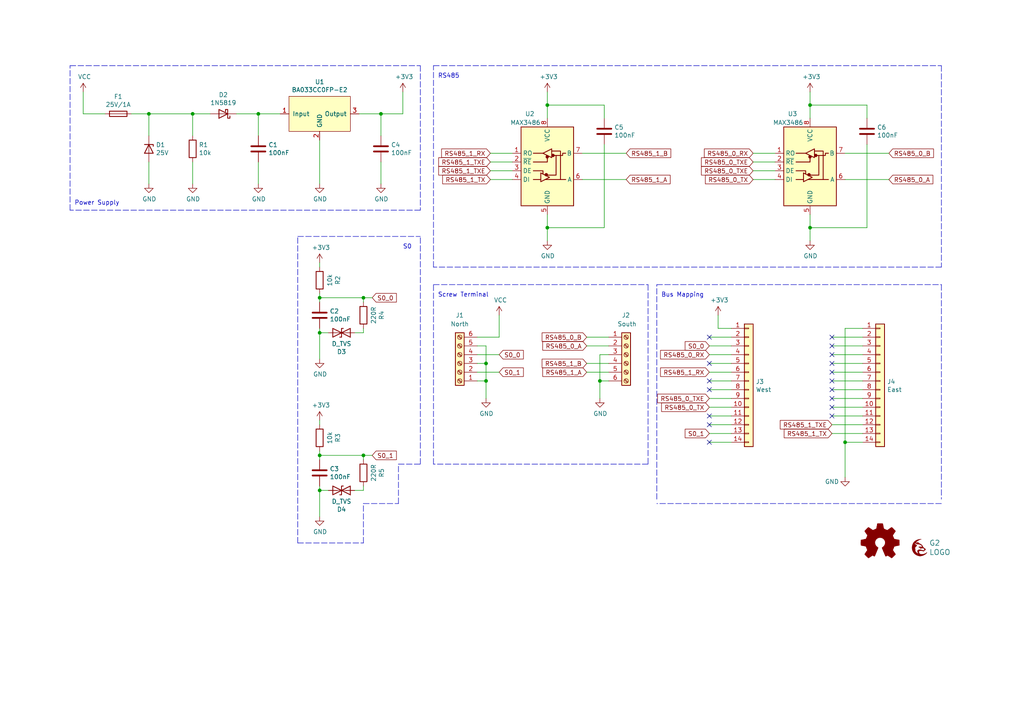
<source format=kicad_sch>
(kicad_sch (version 20211123) (generator eeschema)
  (paper "A4")
  (lib_symbols
    (symbol "BA033CC0FP-E2:BA033CC0FP-E2" (pin_names (offset 1.016))
      (property "Reference" "U" (at 0 8.89 0))
      (property "Value" "BA033CC0FP-E2" (at 0 6.35 0))
      (symbol "BA033CC0FP-E2_0_1"
        (rectangle (start -8.89 -5.08) (end 8.89 5.08) (fill (type background)))
      )
      (symbol "BA033CC0FP-E2_1_1"
        (pin power_in line (at -11.43 0 0) (length 2.54) (name "Input") (number "1"))
        (pin power_in line (at 0 -7.62 90) (length 2.54) (name "GND") (number "2"))
        (pin power_out line (at 11.43 0 180) (length 2.54) (name "Output") (number "3"))
      )
    )
    (symbol "Connector:Screw_Terminal_01x06" (pin_names (offset 1.016) hide)
      (property "Reference" "J" (at 0 7.62 0))
      (property "Value" "Screw_Terminal_01x06" (at 0 -10.16 0))
      (symbol "Screw_Terminal_01x06_1_1"
        (rectangle (start -1.27 6.35) (end 1.27 -8.89) (stroke (width 0.254)) (fill (type background)))
        (circle (center 0 -7.62) (radius 0.635) (stroke (width 0.1524)))
        (circle (center 0 -5.08) (radius 0.635) (stroke (width 0.1524)))
        (circle (center 0 -2.54) (radius 0.635) (stroke (width 0.1524)))
        (polyline (pts (xy -0.5334 -7.2898) (xy 0.3302 -8.128)) (stroke (width 0.1524)))
        (polyline (pts (xy -0.5334 -4.7498) (xy 0.3302 -5.588)) (stroke (width 0.1524)))
        (polyline (pts (xy -0.5334 -2.2098) (xy 0.3302 -3.048)) (stroke (width 0.1524)))
        (polyline (pts (xy -0.5334 0.3302) (xy 0.3302 -0.508)) (stroke (width 0.1524)))
        (polyline (pts (xy -0.5334 2.8702) (xy 0.3302 2.032)) (stroke (width 0.1524)))
        (polyline (pts (xy -0.5334 5.4102) (xy 0.3302 4.572)) (stroke (width 0.1524)))
        (polyline (pts (xy -0.3556 -7.112) (xy 0.508 -7.9502)) (stroke (width 0.1524)))
        (polyline (pts (xy -0.3556 -4.572) (xy 0.508 -5.4102)) (stroke (width 0.1524)))
        (polyline (pts (xy -0.3556 -2.032) (xy 0.508 -2.8702)) (stroke (width 0.1524)))
        (polyline (pts (xy -0.3556 0.508) (xy 0.508 -0.3302)) (stroke (width 0.1524)))
        (polyline (pts (xy -0.3556 3.048) (xy 0.508 2.2098)) (stroke (width 0.1524)))
        (polyline (pts (xy -0.3556 5.588) (xy 0.508 4.7498)) (stroke (width 0.1524)))
        (circle (center 0 0) (radius 0.635) (stroke (width 0.1524)))
        (circle (center 0 2.54) (radius 0.635) (stroke (width 0.1524)))
        (circle (center 0 5.08) (radius 0.635) (stroke (width 0.1524)))
        (pin passive line (at -5.08 5.08 0) (length 3.81) (name "Pin_1") (number "1"))
        (pin passive line (at -5.08 2.54 0) (length 3.81) (name "Pin_2") (number "2"))
        (pin passive line (at -5.08 0 0) (length 3.81) (name "Pin_3") (number "3"))
        (pin passive line (at -5.08 -2.54 0) (length 3.81) (name "Pin_4") (number "4"))
        (pin passive line (at -5.08 -5.08 0) (length 3.81) (name "Pin_5") (number "5"))
        (pin passive line (at -5.08 -7.62 0) (length 3.81) (name "Pin_6") (number "6"))
      )
    )
    (symbol "Connector_Generic:Conn_01x14" (pin_names (offset 1.016) hide)
      (property "Reference" "J" (at 0 17.78 0))
      (property "Value" "Conn_01x14" (at 0 -20.32 0))
      (symbol "Conn_01x14_1_1"
        (rectangle (start -1.27 -17.653) (end 0 -17.907) (stroke (width 0.1524)))
        (rectangle (start -1.27 -15.113) (end 0 -15.367) (stroke (width 0.1524)))
        (rectangle (start -1.27 -12.573) (end 0 -12.827) (stroke (width 0.1524)))
        (rectangle (start -1.27 -10.033) (end 0 -10.287) (stroke (width 0.1524)))
        (rectangle (start -1.27 -7.493) (end 0 -7.747) (stroke (width 0.1524)))
        (rectangle (start -1.27 -4.953) (end 0 -5.207) (stroke (width 0.1524)))
        (rectangle (start -1.27 -2.413) (end 0 -2.667) (stroke (width 0.1524)))
        (rectangle (start -1.27 0.127) (end 0 -0.127) (stroke (width 0.1524)))
        (rectangle (start -1.27 2.667) (end 0 2.413) (stroke (width 0.1524)))
        (rectangle (start -1.27 5.207) (end 0 4.953) (stroke (width 0.1524)))
        (rectangle (start -1.27 7.747) (end 0 7.493) (stroke (width 0.1524)))
        (rectangle (start -1.27 10.287) (end 0 10.033) (stroke (width 0.1524)))
        (rectangle (start -1.27 12.827) (end 0 12.573) (stroke (width 0.1524)))
        (rectangle (start -1.27 15.367) (end 0 15.113) (stroke (width 0.1524)))
        (rectangle (start -1.27 16.51) (end 1.27 -19.05) (stroke (width 0.254)) (fill (type background)))
        (pin passive line (at -5.08 15.24 0) (length 3.81) (name "Pin_1") (number "1"))
        (pin passive line (at -5.08 -7.62 0) (length 3.81) (name "Pin_10") (number "10"))
        (pin passive line (at -5.08 -10.16 0) (length 3.81) (name "Pin_11") (number "11"))
        (pin passive line (at -5.08 -12.7 0) (length 3.81) (name "Pin_12") (number "12"))
        (pin passive line (at -5.08 -15.24 0) (length 3.81) (name "Pin_13") (number "13"))
        (pin passive line (at -5.08 -17.78 0) (length 3.81) (name "Pin_14") (number "14"))
        (pin passive line (at -5.08 12.7 0) (length 3.81) (name "Pin_2") (number "2"))
        (pin passive line (at -5.08 10.16 0) (length 3.81) (name "Pin_3") (number "3"))
        (pin passive line (at -5.08 7.62 0) (length 3.81) (name "Pin_4") (number "4"))
        (pin passive line (at -5.08 5.08 0) (length 3.81) (name "Pin_5") (number "5"))
        (pin passive line (at -5.08 2.54 0) (length 3.81) (name "Pin_6") (number "6"))
        (pin passive line (at -5.08 0 0) (length 3.81) (name "Pin_7") (number "7"))
        (pin passive line (at -5.08 -2.54 0) (length 3.81) (name "Pin_8") (number "8"))
        (pin passive line (at -5.08 -5.08 0) (length 3.81) (name "Pin_9") (number "9"))
      )
    )
    (symbol "Device:C" (pin_numbers hide) (pin_names (offset 0.254))
      (property "Reference" "C" (at 0.635 2.54 0))
      (property "Value" "C" (at 0.635 -2.54 0))
      (symbol "C_0_1"
        (polyline (pts (xy -2.032 -0.762) (xy 2.032 -0.762)) (stroke (width 0.508)))
        (polyline (pts (xy -2.032 0.762) (xy 2.032 0.762)) (stroke (width 0.508)))
      )
      (symbol "C_1_1"
        (pin passive line (at 0 3.81 270) (length 2.794) (name "~") (number "1"))
        (pin passive line (at 0 -3.81 90) (length 2.794) (name "~") (number "2"))
      )
    )
    (symbol "Device:D_TVS" (pin_numbers hide) (pin_names (offset 1.016) hide)
      (property "Reference" "D" (at 0 2.54 0))
      (property "Value" "D_TVS" (at 0 -2.54 0))
      (symbol "D_TVS_0_1"
        (polyline (pts (xy 1.27 0) (xy -1.27 0)))
        (polyline (pts (xy 0.508 1.27) (xy 0 1.27) (xy 0 -1.27) (xy -0.508 -1.27)) (stroke (width 0.254)))
        (polyline (pts (xy -2.54 1.27) (xy -2.54 -1.27) (xy 2.54 1.27) (xy 2.54 -1.27) (xy -2.54 1.27)) (stroke (width 0.254)))
      )
      (symbol "D_TVS_1_1"
        (pin passive line (at -3.81 0 0) (length 2.54) (name "A1") (number "1"))
        (pin passive line (at 3.81 0 180) (length 2.54) (name "A2") (number "2"))
      )
    )
    (symbol "Device:D_Zener" (pin_numbers hide) (pin_names (offset 1.016) hide)
      (property "Reference" "D" (at 0 2.54 0))
      (property "Value" "D_Zener" (at 0 -2.54 0))
      (symbol "D_Zener_0_1"
        (polyline (pts (xy 1.27 0) (xy -1.27 0)))
        (polyline (pts (xy -1.27 -1.27) (xy -1.27 1.27) (xy -0.762 1.27)) (stroke (width 0.254)))
        (polyline (pts (xy 1.27 -1.27) (xy 1.27 1.27) (xy -1.27 0) (xy 1.27 -1.27)) (stroke (width 0.254)))
      )
      (symbol "D_Zener_1_1"
        (pin passive line (at -3.81 0 0) (length 2.54) (name "K") (number "1"))
        (pin passive line (at 3.81 0 180) (length 2.54) (name "A") (number "2"))
      )
    )
    (symbol "Device:Fuse" (pin_numbers hide) (pin_names (offset 0))
      (property "Reference" "F" (at 2.032 0 90))
      (property "Value" "Fuse" (at -1.905 0 90))
      (symbol "Fuse_0_1"
        (rectangle (start -0.762 -2.54) (end 0.762 2.54) (stroke (width 0.254)))
        (polyline (pts (xy 0 2.54) (xy 0 -2.54)))
      )
      (symbol "Fuse_1_1"
        (pin passive line (at 0 3.81 270) (length 1.27) (name "~") (number "1"))
        (pin passive line (at 0 -3.81 90) (length 1.27) (name "~") (number "2"))
      )
    )
    (symbol "Device:R" (pin_numbers hide) (pin_names (offset 0))
      (property "Reference" "R" (at 2.032 0 90))
      (property "Value" "R" (at 0 0 90))
      (symbol "R_0_1"
        (rectangle (start -1.016 -2.54) (end 1.016 2.54) (stroke (width 0.254)))
      )
      (symbol "R_1_1"
        (pin passive line (at 0 3.81 270) (length 1.27) (name "~") (number "1"))
        (pin passive line (at 0 -3.81 90) (length 1.27) (name "~") (number "2"))
      )
    )
    (symbol "Diode:1N5819" (pin_numbers hide) (pin_names (offset 1.016) hide)
      (property "Reference" "D" (at 0 2.54 0))
      (property "Value" "1N5819" (at 0 -2.54 0))
      (symbol "1N5819_0_1"
        (polyline (pts (xy 1.27 0) (xy -1.27 0)))
        (polyline (pts (xy 1.27 1.27) (xy 1.27 -1.27) (xy -1.27 0) (xy 1.27 1.27)) (stroke (width 0.254)))
        (polyline (pts (xy -1.905 0.635) (xy -1.905 1.27) (xy -1.27 1.27) (xy -1.27 -1.27) (xy -0.635 -1.27) (xy -0.635 -0.635)) (stroke (width 0.254)))
      )
      (symbol "1N5819_1_1"
        (pin passive line (at -3.81 0 0) (length 2.54) (name "K") (number "1"))
        (pin passive line (at 3.81 0 180) (length 2.54) (name "A") (number "2"))
      )
    )
    (symbol "Graphic:Logo_Open_Hardware_Small" (pin_names (offset 1.016))
      (symbol "Logo_Open_Hardware_Small_0_1"
        (polyline (pts (xy 3.3528 -4.3434) (xy 3.302 -4.318) (xy 3.175 -4.2418) (xy 2.9972 -4.1148) (xy 2.7686 -3.9624) (xy 2.54 -3.81) (xy 2.3622 -3.7084) (xy 2.2352 -3.6068) (xy 2.1844 -3.5814) (xy 2.159 -3.6068) (xy 2.0574 -3.6576) (xy 1.905 -3.7338) (xy 1.8034 -3.7846) (xy 1.6764 -3.8354) (xy 1.6002 -3.8354) (xy 1.6002 -3.8354) (xy 1.5494 -3.7338) (xy 1.4732 -3.5306) (xy 1.3462 -3.302) (xy 1.2446 -3.0226) (xy 1.1176 -2.7178) (xy 0.9652 -2.413) (xy 0.8636 -2.1082) (xy 0.7366 -1.8288) (xy 0.6604 -1.6256) (xy 0.6096 -1.4732) (xy 0.5842 -1.397) (xy 0.5842 -1.397) (xy 0.6604 -1.3208) (xy 0.7874 -1.2446) (xy 1.0414 -1.016) (xy 1.2954 -0.6858) (xy 1.4478 -0.3302) (xy 1.524 0.0762) (xy 1.4732 0.4572) (xy 1.3208 0.8128) (xy 1.0668 1.143) (xy 0.762 1.3716) (xy 0.4064 1.524) (xy 0 1.5748) (xy -0.381 1.5494) (xy -0.7366 1.397) (xy -1.0668 1.143) (xy -1.2192 0.9906) (xy -1.397 0.6604) (xy -1.524 0.3048) (xy -1.524 0.2286) (xy -1.4986 -0.1778) (xy -1.397 -0.5334) (xy -1.1938 -0.8636) (xy -0.9144 -1.143) (xy -0.8636 -1.1684) (xy -0.7366 -1.27) (xy -0.635 -1.3462) (xy -0.5842 -1.397) (xy -1.0668 -2.5908) (xy -1.143 -2.794) (xy -1.2954 -3.1242) (xy -1.397 -3.4036) (xy -1.4986 -3.6322) (xy -1.5748 -3.7846) (xy -1.6002 -3.8354) (xy -1.6002 -3.8354) (xy -1.651 -3.8354) (xy -1.7272 -3.81) (xy -1.905 -3.7338) (xy -2.0066 -3.683) (xy -2.1336 -3.6068) (xy -2.2098 -3.5814) (xy -2.2606 -3.6068) (xy -2.3622 -3.683) (xy -2.54 -3.81) (xy -2.7686 -3.9624) (xy -2.9718 -4.0894) (xy -3.1496 -4.2164) (xy -3.302 -4.318) (xy -3.3528 -4.3434) (xy -3.3782 -4.3434) (xy -3.429 -4.318) (xy -3.5306 -4.2164) (xy -3.7084 -4.064) (xy -3.937 -3.8354) (xy -3.9624 -3.81) (xy -4.1656 -3.6068) (xy -4.318 -3.4544) (xy -4.4196 -3.3274) (xy -4.445 -3.2766) (xy -4.445 -3.2766) (xy -4.4196 -3.2258) (xy -4.318 -3.0734) (xy -4.2164 -2.8956) (xy -4.064 -2.667) (xy -3.6576 -2.0828) (xy -3.8862 -1.5494) (xy -3.937 -1.3716) (xy -4.0386 -1.1684) (xy -4.0894 -1.0414) (xy -4.1148 -0.9652) (xy -4.191 -0.9398) (xy -4.318 -0.9144) (xy -4.5466 -0.8636) (xy -4.8006 -0.8128) (xy -5.0546 -0.7874) (xy -5.2578 -0.7366) (xy -5.4356 -0.7112) (xy -5.5118 -0.6858) (xy -5.5118 -0.6858) (xy -5.5372 -0.635) (xy -5.5372 -0.5588) (xy -5.5372 -0.4318) (xy -5.5626 -0.2286) (xy -5.5626 0.0762) (xy -5.5626 0.127) (xy -5.5372 0.4064) (xy -5.5372 0.635) (xy -5.5372 0.762) (xy -5.5372 0.8382) (xy -5.5372 0.8382) (xy -5.461 0.8382) (xy -5.3086 0.889) (xy -5.08 0.9144) (xy -4.826 0.9652) (xy -4.8006 0.9906) (xy -4.5466 1.0414) (xy -4.318 1.0668) (xy -4.1656 1.1176) (xy -4.0894 1.143) (xy -4.0894 1.143) (xy -4.0386 1.2446) (xy -3.9624 1.4224) (xy -3.8608 1.6256) (xy -3.7846 1.8288) (xy -3.7084 2.0066) (xy -3.6576 2.159) (xy -3.6322 2.2098) (xy -3.6322 2.2098) (xy -3.683 2.286) (xy -3.7592 2.413) (xy -3.8862 2.5908) (xy -4.064 2.8194) (xy -4.064 2.8448) (xy -4.2164 3.0734) (xy -4.3434 3.2512) (xy -4.4196 3.3782) (xy -4.445 3.4544) (xy -4.445 3.4544) (xy -4.3942 3.5052) (xy -4.2926 3.6322) (xy -4.1148 3.81) (xy -3.937 4.0132) (xy -3.8608 4.064) (xy -3.6576 4.2926) (xy -3.5052 4.4196) (xy -3.4036 4.4958) (xy -3.3528 4.5212) (xy -3.3528 4.5212) (xy -3.302 4.4704) (xy -3.1496 4.3688) (xy -2.9718 4.2418) (xy -2.7432 4.0894) (xy -2.7178 4.0894) (xy -2.4892 3.937) (xy -2.3114 3.81) (xy -2.1844 3.7084) (xy -2.1336 3.683) (xy -2.1082 3.683) (xy -2.032 3.7084) (xy -1.8542 3.7592) (xy -1.6764 3.8354) (xy -1.4732 3.937) (xy -1.27 4.0132) (xy -1.143 4.064) (xy -1.0668 4.1148) (xy -1.0668 4.1148) (xy -1.0414 4.191) (xy -1.016 4.3434) (xy -0.9652 4.572) (xy -0.9144 4.8514) (xy -0.889 4.9022) (xy -0.8382 5.1562) (xy -0.8128 5.3848) (xy -0.7874 5.5372) (xy -0.762 5.588) (xy -0.7112 5.6134) (xy -0.5842 5.6134) (xy -0.4064 5.6134) (xy -0.1524 5.6134) (xy 0.0762 5.6134) (xy 0.3302 5.6134) (xy 0.5334 5.6134) (xy 0.6858 5.588) (xy 0.7366 5.588) (xy 0.7366 5.588) (xy 0.762 5.5118) (xy 0.8128 5.334) (xy 0.8382 5.1054) (xy 0.9144 4.826) (xy 0.9144 4.7752) (xy 0.9652 4.5212) (xy 1.016 4.2926) (xy 1.0414 4.1402) (xy 1.0668 4.0894) (xy 1.0668 4.0894) (xy 1.1938 4.0386) (xy 1.3716 3.9624) (xy 1.5748 3.8608) (xy 2.0828 3.6576) (xy 2.7178 4.0894) (xy 2.7686 4.1402) (xy 2.9972 4.2926) (xy 3.175 4.4196) (xy 3.302 4.4958) (xy 3.3782 4.5212) (xy 3.3782 4.5212) (xy 3.429 4.4704) (xy 3.556 4.3434) (xy 3.7338 4.191) (xy 3.9116 3.9878) (xy 4.064 3.8354) (xy 4.2418 3.6576) (xy 4.3434 3.556) (xy 4.4196 3.4798) (xy 4.4196 3.429) (xy 4.4196 3.4036) (xy 4.3942 3.3274) (xy 4.2926 3.2004) (xy 4.1656 2.9972) (xy 4.0132 2.794) (xy 3.8862 2.5908) (xy 3.7592 2.3876) (xy 3.6576 2.2352) (xy 3.6322 2.159) (xy 3.6322 2.1336) (xy 3.683 2.0066) (xy 3.7592 1.8288) (xy 3.8608 1.6002) (xy 4.064 1.1176) (xy 4.3942 1.0414) (xy 4.5974 1.016) (xy 4.8768 0.9652) (xy 5.1308 0.9144) (xy 5.5372 0.8382) (xy 5.5626 -0.6604) (xy 5.4864 -0.6858) (xy 5.4356 -0.6858) (xy 5.2832 -0.7366) (xy 5.0546 -0.762) (xy 4.8006 -0.8128) (xy 4.5974 -0.8636) (xy 4.3688 -0.9144) (xy 4.2164 -0.9398) (xy 4.1402 -0.9398) (xy 4.1148 -0.9652) (xy 4.064 -1.0668) (xy 3.9878 -1.2446) (xy 3.9116 -1.4478) (xy 3.81 -1.651) (xy 3.7338 -1.8542) (xy 3.683 -2.0066) (xy 3.6576 -2.0828) (xy 3.683 -2.1336) (xy 3.7846 -2.2606) (xy 3.8862 -2.4638) (xy 4.0386 -2.667) (xy 4.191 -2.8956) (xy 4.318 -3.0734) (xy 4.3942 -3.2004) (xy 4.445 -3.2766) (xy 4.4196 -3.3274) (xy 4.3434 -3.429) (xy 4.1656 -3.5814) (xy 3.937 -3.8354) (xy 3.8862 -3.8608) (xy 3.683 -4.064) (xy 3.5306 -4.2164) (xy 3.4036 -4.318) (xy 3.3528 -4.3434)) (fill (type outline)))
      )
    )
    (symbol "Interface_UART:MAX3486"
      (property "Reference" "U" (at -6.096 11.43 0))
      (property "Value" "MAX3486" (at 0.762 11.43 0))
      (symbol "MAX3486_0_1"
        (rectangle (start -7.62 10.16) (end 7.62 -12.7) (stroke (width 0.254)) (fill (type background)))
        (circle (center -0.3048 -3.683) (radius 0.3556) (stroke (width 0.254)) (fill (type outline)))
        (circle (center -0.0254 1.4986) (radius 0.3556) (stroke (width 0.254)) (fill (type outline)))
        (polyline (pts (xy -4.064 -5.08) (xy -1.905 -5.08)) (stroke (width 0.254)))
        (polyline (pts (xy -4.064 2.54) (xy -1.27 2.54)) (stroke (width 0.254)))
        (polyline (pts (xy -1.27 -3.2004) (xy -1.27 -3.4544)) (stroke (width 0.254)))
        (polyline (pts (xy -0.635 -5.08) (xy 5.334 -5.08)) (stroke (width 0.254)))
        (polyline (pts (xy -4.064 -2.54) (xy -1.27 -2.54) (xy -1.27 -3.175)) (stroke (width 0.254)))
        (polyline (pts (xy 0 1.27) (xy 0 0) (xy -4.064 0)) (stroke (width 0.254)))
        (polyline (pts (xy 1.27 3.175) (xy 3.81 3.175) (xy 3.81 -5.08)) (stroke (width 0.254)))
        (polyline (pts (xy 2.54 1.905) (xy 2.54 -3.81) (xy 0 -3.81)) (stroke (width 0.254)))
        (polyline (pts (xy -1.905 -3.175) (xy -1.905 -5.715) (xy 0.635 -4.445) (xy -1.905 -3.175)) (stroke (width 0.254)))
        (polyline (pts (xy -1.27 2.54) (xy 1.27 3.81) (xy 1.27 1.27) (xy -1.27 2.54)) (stroke (width 0.254)))
        (polyline (pts (xy 1.905 1.905) (xy 4.445 1.905) (xy 4.445 2.54) (xy 5.334 2.54)) (stroke (width 0.254)))
        (rectangle (start 1.27 3.175) (end 1.27 3.175))
        (circle (center 1.651 1.905) (radius 0.3556) (stroke (width 0.254)) (fill (type outline)))
      )
      (symbol "MAX3486_1_1"
        (pin output line (at -10.16 2.54 0) (length 2.54) (name "RO") (number "1"))
        (pin input line (at -10.16 0 0) (length 2.54) (name "~{RE}") (number "2"))
        (pin input line (at -10.16 -2.54 0) (length 2.54) (name "DE") (number "3"))
        (pin input line (at -10.16 -5.08 0) (length 2.54) (name "DI") (number "4"))
        (pin power_in line (at 0 -15.24 90) (length 2.54) (name "GND") (number "5"))
        (pin bidirectional line (at 10.16 -5.08 180) (length 2.54) (name "A") (number "6"))
        (pin bidirectional line (at 10.16 2.54 180) (length 2.54) (name "B") (number "7"))
        (pin power_in line (at 0 12.7 270) (length 2.54) (name "VCC") (number "8"))
      )
    )
    (symbol "grayc-logo-negative:LOGO" (pin_names (offset 1.016))
      (symbol "LOGO_0_0"
        (polyline (pts (xy 0.4572 -2.5146) (xy 0.9398 -2.3876) (xy 1.397 -2.1844) (xy 1.8034 -1.9304) (xy 2.0828 -1.6256) (xy 2.159 -1.4732) (xy 2.159 -1.4478) (xy 2.0574 -1.5494) (xy 1.7526 -1.7526) (xy 1.2446 -1.9558) (xy 0.7112 -2.032) (xy 0.4826 -2.032) (xy 0.1524 -1.9304) (xy -0.0508 -1.7526) (xy -0.1524 -1.4478) (xy -0.1778 -1.2192) (xy -0.1016 -1.1176) (xy 0.0508 -1.016) (xy 0.1524 -0.9906) (xy 0.4064 -0.9652) (xy 0.7112 -1.016) (xy 0.8128 -1.0414) (xy 1.0414 -1.0922) (xy 1.2192 -1.1176) (xy 1.2446 -1.0922) (xy 1.3716 -1.016) (xy 1.5494 -0.8636) (xy 1.7018 -0.7112) (xy 1.778 -0.5842) (xy 1.6002 -0.4064) (xy 1.397 -0.254) (xy 1.0922 0) (xy 0.9652 0.2286) (xy 0.9144 0.3556) (xy 0.762 0.5842) (xy 0.508 0.8128) (xy 0.1016 1.0414) (xy -0.3048 1.2954) (xy -0.4064 1.397) (xy -0.4572 1.4986) (xy -0.5588 1.4986) (xy -0.6096 1.3716) (xy -0.635 1.2954) (xy -0.7366 1.2954) (xy -0.8128 1.3208) (xy -1.016 1.3462) (xy -1.0668 1.397) (xy -0.9906 1.4986) (xy -0.8382 1.651) (xy -0.635 1.8288) (xy -0.127 2.1336) (xy 0.0762 2.2352) (xy 0.5334 2.3622) (xy 0.0508 2.3368) (xy -0.4064 2.2606) (xy -0.9906 2.032) (xy -1.4986 1.651) (xy -1.7272 1.3716) (xy -1.8542 1.1176) (xy -1.4478 1.1176) (xy -1.4478 1.143) (xy -1.3208 1.1684) (xy -1.0922 1.1176) (xy -0.7874 1.016) (xy -0.635 0.9398) (xy -0.4572 0.889) (xy -0.381 0.9144) (xy -0.3556 0.9398) (xy -0.254 0.9398) (xy -0.0508 0.8636) (xy 0.2032 0.762) (xy 0.4318 0.635) (xy 0.6096 0.5334) (xy 0.6858 0.4064) (xy 0.762 0.254) (xy 0.7366 0.2032) (xy 0.6858 0.1524) (xy 0.5334 0.127) (xy 0.2286 0.1524) (xy 0.0254 0.1524) (xy -0.1778 0.127) (xy -0.2286 0.0762) (xy -0.2032 0.0508) (xy -0.0762 0) (xy -0.0508 0) (xy 0.0762 -0.0762) (xy 0.2794 -0.0762) (xy 0.2794 -0.0254) (xy 0.381 -0.0254) (xy 0.4064 -0.0508) (xy 0.3302 -0.1016) (xy 0.2794 -0.0762) (xy 0.0762 -0.0762) (xy 0.1778 -0.2032) (xy 0.1778 -0.3048) (xy 0.2286 -0.3302) (xy 0.4064 -0.3302) (xy 0.6604 -0.254) (xy 0.6858 -0.254) (xy 0.9906 -0.2032) (xy 1.2192 -0.3048) (xy 1.3716 -0.508) (xy 1.4224 -0.635) (xy 1.4478 -0.762) (xy 1.3716 -0.8636) (xy 1.3208 -0.889) (xy 1.1938 -0.9144) (xy 0.9652 -0.8636) (xy 0.635 -0.7874) (xy 0.2794 -0.6858) (xy -0.0254 -0.6604) (xy -0.254 -0.6858) (xy -0.4318 -0.8636) (xy -0.5334 -0.889) (xy -0.5842 -0.9144) (xy -0.6096 -1.0414) (xy -0.5842 -1.2446) (xy -0.5334 -1.4478) (xy -0.4572 -1.6002) (xy -0.4064 -1.6764) (xy -0.381 -1.8034) (xy -0.4572 -1.8034) (xy -0.6604 -1.7018) (xy -0.8128 -1.6002) (xy -1.0922 -1.3208) (xy -1.2446 -1.0414) (xy -1.27 -0.6604) (xy -1.2446 -0.5334) (xy -1.27 -0.3556) (xy -1.2954 -0.3048) (xy -1.3208 -0.3302) (xy -1.3716 -0.3048) (xy -1.3462 -0.1778) (xy -1.2446 -0.0254) (xy -1.1176 0.1524) (xy -0.9144 0.3556) (xy -0.8128 0.5334) (xy -0.889 0.7112) (xy -1.143 0.8382) (xy -1.3716 0.9398) (xy -1.4478 1.1176) (xy -1.8542 1.1176) (xy -2.0066 0.8636) (xy -2.032 0.7112) (xy -1.27 0.7112) (xy -1.2446 0.762) (xy -1.1938 0.7112) (xy -1.2446 0.6604) (xy -1.27 0.7112) (xy -2.032 0.7112) (xy -2.159 0.3048) (xy -2.1844 -0.254) (xy -2.0828 -0.8128) (xy -1.8542 -1.3462) (xy -1.524 -1.8034) (xy -1.0668 -2.159) (xy -0.508 -2.413) (xy -0.4318 -2.4384) (xy -0.127 -2.5146) (xy 0.1524 -2.54) (xy 0.4572 -2.5146)) (stroke (width 0.0254)) (fill (type outline)))
      )
    )
    (symbol "power:+3V3" (power) (pin_names (offset 0))
      (property "Value" "+3V3" (at 0 3.556 0))
      (symbol "+3V3_0_1"
        (polyline (pts (xy -0.762 1.27) (xy 0 2.54)))
        (polyline (pts (xy 0 0) (xy 0 2.54)))
        (polyline (pts (xy 0 2.54) (xy 0.762 1.27)))
      )
      (symbol "+3V3_1_1"
        (pin power_in line (at 0 0 90) (length 0) hide (name "+3V3") (number "1"))
      )
    )
    (symbol "power:GND" (power) (pin_names (offset 0))
      (property "Value" "GND" (at 0 -3.81 0))
      (symbol "GND_0_1"
        (polyline (pts (xy 0 0) (xy 0 -1.27) (xy 1.27 -1.27) (xy 0 -2.54) (xy -1.27 -1.27) (xy 0 -1.27)))
      )
      (symbol "GND_1_1"
        (pin power_in line (at 0 0 270) (length 0) hide (name "GND") (number "1"))
      )
    )
    (symbol "power:VCC" (power) (pin_names (offset 0))
      (property "Value" "VCC" (at 0 3.81 0))
      (symbol "VCC_0_1"
        (polyline (pts (xy -0.762 1.27) (xy 0 2.54)))
        (polyline (pts (xy 0 0) (xy 0 2.54)))
        (polyline (pts (xy 0 2.54) (xy 0.762 1.27)))
      )
      (symbol "VCC_1_1"
        (pin power_in line (at 0 0 90) (length 0) hide (name "VCC") (number "1"))
      )
    )
  )
  (junction (at 245.11 128.27))
  (junction (at 92.71 86.36))
  (junction (at 110.49 33.02))
  (junction (at 158.75 66.04))
  (junction (at 55.88 33.02))
  (junction (at 105.41 86.36))
  (junction (at 173.99 110.49))
  (junction (at 234.95 66.04))
  (junction (at 92.71 142.24))
  (junction (at 92.71 132.08))
  (junction (at 140.97 105.41))
  (junction (at 140.97 110.49))
  (junction (at 105.41 132.08))
  (junction (at 43.18 33.02))
  (junction (at 74.93 33.02))
  (junction (at 92.71 96.52))
  (junction (at 158.75 30.48))
  (junction (at 234.95 30.48))
  (no_connect (at 205.74 110.49))
  (no_connect (at 241.3 110.49))
  (no_connect (at 205.74 113.03))
  (no_connect (at 241.3 100.33))
  (no_connect (at 241.3 107.95))
  (no_connect (at 205.74 105.41))
  (no_connect (at 241.3 102.87))
  (no_connect (at 241.3 105.41))
  (no_connect (at 241.3 118.11))
  (no_connect (at 205.74 120.65))
  (no_connect (at 205.74 128.27))
  (no_connect (at 205.74 123.19))
  (no_connect (at 241.3 120.65))
  (no_connect (at 241.3 115.57))
  (no_connect (at 205.74 97.79))
  (no_connect (at 241.3 97.79))
  (no_connect (at 241.3 113.03))
  (wire (pts (xy 241.3 123.19) (xy 250.19 123.19)))
  (wire (pts (xy 176.53 110.49) (xy 173.99 110.49)))
  (polyline (pts (xy 190.5 144.78) (xy 190.5 82.55)))
  (wire (pts (xy 92.71 85.09) (xy 92.71 86.36)))
  (polyline (pts (xy 273.05 146.05) (xy 190.5 146.05)))
  (wire (pts (xy 138.43 100.33) (xy 140.97 100.33)))
  (wire (pts (xy 241.3 125.73) (xy 250.19 125.73)))
  (wire (pts (xy 218.44 49.53) (xy 224.79 49.53)))
  (wire (pts (xy 245.11 95.25) (xy 245.11 128.27)))
  (wire (pts (xy 168.91 44.45) (xy 181.61 44.45)))
  (wire (pts (xy 24.13 33.02) (xy 30.48 33.02)))
  (wire (pts (xy 241.3 118.11) (xy 250.19 118.11)))
  (wire (pts (xy 92.71 121.92) (xy 92.71 123.19)))
  (wire (pts (xy 138.43 107.95) (xy 144.78 107.95)))
  (wire (pts (xy 176.53 102.87) (xy 173.99 102.87)))
  (polyline (pts (xy 86.36 68.58) (xy 121.92 68.58)))
  (polyline (pts (xy 115.57 134.62) (xy 121.92 134.62)))
  (polyline (pts (xy 105.41 146.05) (xy 115.57 146.05)))
  (wire (pts (xy 92.71 86.36) (xy 105.41 86.36)))
  (wire (pts (xy 251.46 66.04) (xy 251.46 41.91)))
  (wire (pts (xy 158.75 62.23) (xy 158.75 66.04)))
  (wire (pts (xy 241.3 100.33) (xy 250.19 100.33)))
  (wire (pts (xy 176.53 100.33) (xy 170.18 100.33)))
  (wire (pts (xy 142.24 44.45) (xy 148.59 44.45)))
  (wire (pts (xy 241.3 102.87) (xy 250.19 102.87)))
  (wire (pts (xy 110.49 46.99) (xy 110.49 53.34)))
  (wire (pts (xy 205.74 125.73) (xy 212.09 125.73)))
  (wire (pts (xy 142.24 49.53) (xy 148.59 49.53)))
  (wire (pts (xy 138.43 105.41) (xy 140.97 105.41)))
  (polyline (pts (xy 125.73 19.05) (xy 273.05 19.05)))
  (wire (pts (xy 251.46 34.29) (xy 251.46 30.48)))
  (wire (pts (xy 175.26 66.04) (xy 175.26 41.91)))
  (wire (pts (xy 74.93 33.02) (xy 81.28 33.02)))
  (wire (pts (xy 245.11 44.45) (xy 257.81 44.45)))
  (wire (pts (xy 105.41 133.35) (xy 105.41 132.08)))
  (wire (pts (xy 92.71 96.52) (xy 95.25 96.52)))
  (polyline (pts (xy 187.96 82.55) (xy 187.96 134.62)))
  (wire (pts (xy 176.53 105.41) (xy 170.18 105.41)))
  (wire (pts (xy 148.59 46.99) (xy 142.24 46.99)))
  (polyline (pts (xy 115.57 146.05) (xy 115.57 134.62)))
  (wire (pts (xy 142.24 52.07) (xy 148.59 52.07)))
  (polyline (pts (xy 86.36 157.48) (xy 105.41 157.48)))
  (wire (pts (xy 218.44 52.07) (xy 224.79 52.07)))
  (wire (pts (xy 55.88 33.02) (xy 60.96 33.02)))
  (wire (pts (xy 55.88 39.37) (xy 55.88 33.02)))
  (polyline (pts (xy 105.41 157.48) (xy 105.41 146.05)))
  (wire (pts (xy 241.3 113.03) (xy 250.19 113.03)))
  (wire (pts (xy 43.18 33.02) (xy 55.88 33.02)))
  (wire (pts (xy 251.46 30.48) (xy 234.95 30.48)))
  (wire (pts (xy 92.71 140.97) (xy 92.71 142.24)))
  (wire (pts (xy 224.79 46.99) (xy 218.44 46.99)))
  (polyline (pts (xy 187.96 134.62) (xy 125.73 134.62)))
  (polyline (pts (xy 190.5 82.55) (xy 273.05 82.55)))
  (wire (pts (xy 74.93 46.99) (xy 74.93 53.34)))
  (wire (pts (xy 43.18 46.99) (xy 43.18 53.34)))
  (wire (pts (xy 92.71 95.25) (xy 92.71 96.52)))
  (polyline (pts (xy 125.73 82.55) (xy 187.96 82.55)))
  (polyline (pts (xy 20.32 19.05) (xy 121.92 19.05)))
  (wire (pts (xy 241.3 107.95) (xy 250.19 107.95)))
  (wire (pts (xy 140.97 110.49) (xy 140.97 115.57)))
  (wire (pts (xy 38.1 33.02) (xy 43.18 33.02)))
  (wire (pts (xy 234.95 66.04) (xy 251.46 66.04)))
  (wire (pts (xy 205.74 97.79) (xy 212.09 97.79)))
  (wire (pts (xy 92.71 53.34) (xy 92.71 40.64)))
  (wire (pts (xy 158.75 30.48) (xy 158.75 34.29)))
  (wire (pts (xy 205.74 102.87) (xy 212.09 102.87)))
  (wire (pts (xy 245.11 128.27) (xy 250.19 128.27)))
  (wire (pts (xy 257.81 52.07) (xy 245.11 52.07)))
  (wire (pts (xy 92.71 149.86) (xy 92.71 142.24)))
  (wire (pts (xy 140.97 100.33) (xy 140.97 105.41)))
  (polyline (pts (xy 86.36 157.48) (xy 86.36 68.58)))
  (wire (pts (xy 245.11 128.27) (xy 245.11 138.43)))
  (wire (pts (xy 158.75 66.04) (xy 175.26 66.04)))
  (polyline (pts (xy 125.73 134.62) (xy 125.73 82.55)))
  (polyline (pts (xy 273.05 82.55) (xy 273.05 144.78)))
  (wire (pts (xy 92.71 130.81) (xy 92.71 132.08)))
  (wire (pts (xy 181.61 52.07) (xy 168.91 52.07)))
  (wire (pts (xy 170.18 107.95) (xy 176.53 107.95)))
  (wire (pts (xy 140.97 105.41) (xy 140.97 110.49)))
  (wire (pts (xy 218.44 44.45) (xy 224.79 44.45)))
  (wire (pts (xy 205.74 118.11) (xy 212.09 118.11)))
  (wire (pts (xy 92.71 132.08) (xy 105.41 132.08)))
  (wire (pts (xy 175.26 34.29) (xy 175.26 30.48)))
  (wire (pts (xy 105.41 132.08) (xy 107.95 132.08)))
  (polyline (pts (xy 125.73 77.47) (xy 125.73 19.05)))
  (wire (pts (xy 205.74 120.65) (xy 212.09 120.65)))
  (wire (pts (xy 105.41 86.36) (xy 107.95 86.36)))
  (wire (pts (xy 205.74 123.19) (xy 212.09 123.19)))
  (polyline (pts (xy 121.92 19.05) (xy 121.92 60.96)))
  (polyline (pts (xy 121.92 60.96) (xy 20.32 60.96)))
  (wire (pts (xy 234.95 26.67) (xy 234.95 30.48)))
  (wire (pts (xy 104.14 33.02) (xy 110.49 33.02)))
  (polyline (pts (xy 273.05 77.47) (xy 125.73 77.47)))
  (wire (pts (xy 92.71 142.24) (xy 95.25 142.24)))
  (wire (pts (xy 92.71 86.36) (xy 92.71 87.63)))
  (wire (pts (xy 105.41 96.52) (xy 102.87 96.52)))
  (wire (pts (xy 208.28 91.44) (xy 208.28 95.25)))
  (wire (pts (xy 245.11 95.25) (xy 250.19 95.25)))
  (wire (pts (xy 158.75 66.04) (xy 158.75 69.85)))
  (wire (pts (xy 24.13 26.67) (xy 24.13 33.02)))
  (wire (pts (xy 144.78 91.44) (xy 144.78 97.79)))
  (wire (pts (xy 105.41 142.24) (xy 105.41 140.97)))
  (wire (pts (xy 74.93 39.37) (xy 74.93 33.02)))
  (wire (pts (xy 92.71 104.14) (xy 92.71 96.52)))
  (wire (pts (xy 205.74 115.57) (xy 212.09 115.57)))
  (wire (pts (xy 158.75 26.67) (xy 158.75 30.48)))
  (wire (pts (xy 241.3 97.79) (xy 250.19 97.79)))
  (polyline (pts (xy 273.05 19.05) (xy 273.05 77.47)))
  (wire (pts (xy 241.3 110.49) (xy 250.19 110.49)))
  (wire (pts (xy 116.84 33.02) (xy 116.84 26.67)))
  (wire (pts (xy 241.3 120.65) (xy 250.19 120.65)))
  (wire (pts (xy 205.74 113.03) (xy 212.09 113.03)))
  (wire (pts (xy 234.95 66.04) (xy 234.95 69.85)))
  (polyline (pts (xy 121.92 134.62) (xy 121.92 68.58)))
  (polyline (pts (xy 20.32 60.96) (xy 20.32 19.05)))
  (wire (pts (xy 241.3 115.57) (xy 250.19 115.57)))
  (wire (pts (xy 208.28 95.25) (xy 212.09 95.25)))
  (wire (pts (xy 43.18 39.37) (xy 43.18 33.02)))
  (wire (pts (xy 138.43 110.49) (xy 140.97 110.49)))
  (wire (pts (xy 105.41 95.25) (xy 105.41 96.52)))
  (wire (pts (xy 55.88 53.34) (xy 55.88 46.99)))
  (wire (pts (xy 234.95 30.48) (xy 234.95 34.29)))
  (wire (pts (xy 173.99 102.87) (xy 173.99 110.49)))
  (wire (pts (xy 205.74 128.27) (xy 212.09 128.27)))
  (wire (pts (xy 68.58 33.02) (xy 74.93 33.02)))
  (wire (pts (xy 92.71 132.08) (xy 92.71 133.35)))
  (wire (pts (xy 110.49 33.02) (xy 116.84 33.02)))
  (wire (pts (xy 175.26 30.48) (xy 158.75 30.48)))
  (wire (pts (xy 205.74 110.49) (xy 212.09 110.49)))
  (wire (pts (xy 92.71 76.2) (xy 92.71 77.47)))
  (wire (pts (xy 110.49 33.02) (xy 110.49 39.37)))
  (wire (pts (xy 173.99 110.49) (xy 173.99 115.57)))
  (wire (pts (xy 241.3 105.41) (xy 250.19 105.41)))
  (wire (pts (xy 138.43 102.87) (xy 144.78 102.87)))
  (wire (pts (xy 170.18 97.79) (xy 176.53 97.79)))
  (wire (pts (xy 138.43 97.79) (xy 144.78 97.79)))
  (wire (pts (xy 205.74 107.95) (xy 212.09 107.95)))
  (wire (pts (xy 205.74 105.41) (xy 212.09 105.41)))
  (wire (pts (xy 102.87 142.24) (xy 105.41 142.24)))
  (wire (pts (xy 205.74 100.33) (xy 212.09 100.33)))
  (wire (pts (xy 234.95 62.23) (xy 234.95 66.04)))
  (wire (pts (xy 105.41 87.63) (xy 105.41 86.36)))
  (text "Bus Mapping" (at 191.77 86.36 0) (effects (font (size 1.27 1.27)) (justify left bottom)))
  (text "S0" (at 116.84 72.39 0) (effects (font (size 1.27 1.27)) (justify left bottom)))
  (text "RS485" (at 127 22.86 0) (effects (font (size 1.27 1.27)) (justify left bottom)))
  (text "Power Supply" (at 21.59 59.69 0) (effects (font (size 1.27 1.27)) (justify left bottom)))
  (text "Screw Terminal" (at 127 86.36 0) (effects (font (size 1.27 1.27)) (justify left bottom)))
  (global_label "RS485_0_RX" (shape input) (at 205.74 102.87 180) (property "Intersheet References" "${INTERSHEET_REFS}" (effects hide)))
  (global_label "RS485_0_A" (shape input) (at 257.81 52.07 0) (property "Intersheet References" "${INTERSHEET_REFS}" (effects hide)))
  (global_label "RS485_0_TXE" (shape input) (at 205.74 115.57 180) (property "Intersheet References" "${INTERSHEET_REFS}" (effects hide)))
  (global_label "S0_0" (shape input) (at 205.74 100.33 180) (property "Intersheet References" "${INTERSHEET_REFS}" (effects hide)))
  (global_label "S0_1" (shape input) (at 205.74 125.73 180) (property "Intersheet References" "${INTERSHEET_REFS}" (effects hide)))
  (global_label "RS485_0_B" (shape input) (at 170.18 97.79 180) (property "Intersheet References" "${INTERSHEET_REFS}" (effects hide)))
  (global_label "RS485_1_A" (shape input) (at 170.18 107.95 180) (property "Intersheet References" "${INTERSHEET_REFS}" (effects hide)))
  (global_label "RS485_1_TX" (shape input) (at 142.24 52.07 180) (property "Intersheet References" "${INTERSHEET_REFS}" (effects hide)))
  (global_label "RS485_1_A" (shape input) (at 181.61 52.07 0) (property "Intersheet References" "${INTERSHEET_REFS}" (effects hide)))
  (global_label "RS485_1_RX" (shape input) (at 142.24 44.45 180) (property "Intersheet References" "${INTERSHEET_REFS}" (effects hide)))
  (global_label "RS485_1_TXE" (shape input) (at 142.24 49.53 180) (property "Intersheet References" "${INTERSHEET_REFS}" (effects hide)))
  (global_label "RS485_0_RX" (shape input) (at 218.44 44.45 180) (property "Intersheet References" "${INTERSHEET_REFS}" (effects hide)))
  (global_label "RS485_0_B" (shape input) (at 257.81 44.45 0) (property "Intersheet References" "${INTERSHEET_REFS}" (effects hide)))
  (global_label "RS485_1_RX" (shape input) (at 205.74 107.95 180) (property "Intersheet References" "${INTERSHEET_REFS}" (effects hide)))
  (global_label "RS485_0_TX" (shape input) (at 218.44 52.07 180) (property "Intersheet References" "${INTERSHEET_REFS}" (effects hide)))
  (global_label "RS485_0_TXE" (shape input) (at 218.44 46.99 180) (property "Intersheet References" "${INTERSHEET_REFS}" (effects hide)))
  (global_label "S0_0" (shape input) (at 144.78 102.87 0) (property "Intersheet References" "${INTERSHEET_REFS}" (effects hide)))
  (global_label "RS485_1_TXE" (shape input) (at 241.3 123.19 180) (property "Intersheet References" "${INTERSHEET_REFS}" (effects hide)))
  (global_label "RS485_1_TXE" (shape input) (at 142.24 46.99 180) (property "Intersheet References" "${INTERSHEET_REFS}" (effects hide)))
  (global_label "RS485_0_TX" (shape input) (at 205.74 118.11 180) (property "Intersheet References" "${INTERSHEET_REFS}" (effects hide)))
  (global_label "S0_1" (shape input) (at 144.78 107.95 0) (property "Intersheet References" "${INTERSHEET_REFS}" (effects hide)))
  (global_label "S0_0" (shape input) (at 107.95 86.36 0) (property "Intersheet References" "${INTERSHEET_REFS}" (effects hide)))
  (global_label "RS485_0_TXE" (shape input) (at 218.44 49.53 180) (property "Intersheet References" "${INTERSHEET_REFS}" (effects hide)))
  (global_label "RS485_1_B" (shape input) (at 181.61 44.45 0) (property "Intersheet References" "${INTERSHEET_REFS}" (effects hide)))
  (global_label "RS485_0_A" (shape input) (at 170.18 100.33 180) (property "Intersheet References" "${INTERSHEET_REFS}" (effects hide)))
  (global_label "RS485_1_B" (shape input) (at 170.18 105.41 180) (property "Intersheet References" "${INTERSHEET_REFS}" (effects hide)))
  (global_label "S0_1" (shape input) (at 107.95 132.08 0) (property "Intersheet References" "${INTERSHEET_REFS}" (effects hide)))
  (global_label "RS485_1_TX" (shape input) (at 241.3 125.73 180) (property "Intersheet References" "${INTERSHEET_REFS}" (effects hide)))
  (symbol (lib_id "Connector_Generic:Conn_01x14") (at 255.27 110.49 0) (unit 1)
    (property "Reference" "J4" (at 257.302 110.6932 0) (effects (justify left)))
    (property "Value" "East" (at 257.302 113.0046 0) (effects (justify left)))
    (property "Footprint" "Connector_PinHeader_2.54mm:PinHeader_1x14_P2.54mm_Vertical" (effects hide))
    (property "Price" "0.45" (effects hide))
    (property "Product" "https://www.mouser.de/ProductDetail/Harwin/M20-9991446" (effects hide))
    (property "manf#" "M20-9991446" (effects hide))
    (property "mouser#" "855-M20-9991446" (effects hide))
  )
  (symbol (lib_id "power:GND") (at 43.18 53.34 0) (unit 1)
    (property "Reference" "#PWR0120" (effects hide))
    (property "Value" "GND" (at 43.307 57.7342 0))
  )
  (symbol (lib_id "Device:Fuse") (at 34.29 33.02 270) (unit 1)
    (property "Reference" "F1" (at 34.29 28.0162 90))
    (property "Value" "25V/1A" (at 34.29 30.3276 90))
    (property "Footprint" "Fuse:Fuse_1206_3216Metric_Pad1.42x1.75mm_HandSolder" (effects hide))
    (property "Price" "0.93" (effects hide))
    (property "Product" "https://www.mouser.de/ProductDetail/Bourns/SF-1206HIA100M-2" (effects hide))
    (property "manf#" "TR/3216FF1-R" (effects hide))
    (property "mouser#" "504-TR/3216FF1-R" (effects hide))
  )
  (symbol (lib_id "Interface_UART:MAX3486") (at 234.95 46.99 0) (unit 1)
    (property "Reference" "U3" (at 229.87 33.02 0))
    (property "Value" "MAX3486" (at 228.6 35.56 0))
    (property "Footprint" "Package_SO:SOIC-8_3.9x4.9mm_P1.27mm" (effects hide))
    (property "Datasheet" "https://datasheets.maximintegrated.com/en/ds/MAX3483-MAX3491.pdf" (effects hide))
    (property "Price" "3.71" (effects hide))
    (property "Product" "https://www.mouser.de/ProductDetail/Maxim-Integrated/MAX3486ECSA%2b?qs=LHmEVA8xxfYujvexFFcA7w%3D%3D" (effects hide))
    (property "manf#" "MAX3486EESA+" (effects hide))
    (property "mouser#" "700-MAX3486EESA" (effects hide))
  )
  (symbol (lib_id "grayc-logo-negative:LOGO") (at 266.7 158.75 0) (unit 1) (in_bom no)
    (property "Reference" "G2" (at 269.494 157.48 0) (effects (font (size 1.524 1.524)) (justify left)))
    (property "Value" "LOGO" (at 269.494 160.1724 0) (effects (font (size 1.524 1.524)) (justify left)))
    (property "Footprint" "images:grayc-logo-negative" (effects hide))
  )
  (symbol (lib_id "power:GND") (at 110.49 53.34 0) (unit 1)
    (property "Reference" "#PWR0117" (effects hide))
    (property "Value" "GND" (at 110.617 57.7342 0))
  )
  (symbol (lib_id "power:GND") (at 74.93 53.34 0) (unit 1)
    (property "Reference" "#PWR0123" (effects hide))
    (property "Value" "GND" (at 75.057 57.7342 0))
  )
  (symbol (lib_id "Device:C") (at 110.49 43.18 0) (unit 1)
    (property "Reference" "C4" (at 113.411 42.0116 0) (effects (justify left)))
    (property "Value" "100nF" (at 113.411 44.323 0) (effects (justify left)))
    (property "Footprint" "Capacitor_SMD:C_1206_3216Metric_Pad1.33x1.80mm_HandSolder" (effects hide))
    (property "Price" "0.24" (effects hide))
    (property "Product" "https://www.mouser.de/ProductDetail/KEMET/C1206C104M6RACTU?qs=F5EMLAvA7IBTviv6fCZN3A%3D%3D" (effects hide))
    (property "manf#" "C1206C104M6RACTU" (effects hide))
    (property "mouser#" "80-C1206C104M6R" (effects hide))
  )
  (symbol (lib_id "power:+3V3") (at 92.71 121.92 0) (unit 1)
    (property "Reference" "#PWR0114" (effects hide))
    (property "Value" "+3V3" (at 93.091 117.5258 0))
  )
  (symbol (lib_id "Connector:Screw_Terminal_01x06") (at 181.61 102.87 0) (unit 1)
    (property "Reference" "J2" (at 180.34 91.44 0) (effects (justify left)))
    (property "Value" "South" (at 179.07 93.98 0) (effects (justify left)))
    (property "Footprint" "footprints:PHOENIX_1935200" (effects hide))
    (property "manf#" "1935200" (effects hide))
    (property "mouser#" "651-1935200" (effects hide))
  )
  (symbol (lib_id "Device:C") (at 175.26 38.1 0) (unit 1)
    (property "Reference" "C5" (at 178.181 36.9316 0) (effects (justify left)))
    (property "Value" "100nF" (at 178.181 39.243 0) (effects (justify left)))
    (property "Footprint" "Capacitor_SMD:C_1206_3216Metric_Pad1.33x1.80mm_HandSolder" (effects hide))
    (property "Price" "0.24" (effects hide))
    (property "Product" "https://www.mouser.de/ProductDetail/KEMET/C1206C104M6RACTU?qs=F5EMLAvA7IBTviv6fCZN3A%3D%3D" (effects hide))
    (property "manf#" "C1206C104M6RACTU" (effects hide))
    (property "mouser#" "80-C1206C104M6R" (effects hide))
  )
  (symbol (lib_id "power:GND") (at 92.71 104.14 0) (unit 1)
    (property "Reference" "#PWR0116" (effects hide))
    (property "Value" "GND" (at 92.837 108.5342 0))
  )
  (symbol (lib_id "Device:R") (at 105.41 137.16 180) (unit 1)
    (property "Reference" "R5" (at 110.6678 137.16 90))
    (property "Value" "220R" (at 108.3564 137.16 90))
    (property "Footprint" "Resistor_SMD:R_1206_3216Metric_Pad1.30x1.75mm_HandSolder" (effects hide))
    (property "Price" "0.08" (effects hide))
    (property "Product" "https://www.mouser.de/ProductDetail/TE-Connectivity-Holsworthy/CRGCQ1206J220R" (effects hide))
    (property "manf#" "CR0603-FX-2200ELF" (effects hide))
    (property "mouser#" "652-CR0603FX-2200ELF" (effects hide))
  )
  (symbol (lib_id "Device:R") (at 55.88 43.18 0) (unit 1)
    (property "Reference" "R1" (at 57.658 42.0116 0) (effects (justify left)))
    (property "Value" "10k" (at 57.658 44.323 0) (effects (justify left)))
    (property "Footprint" "Resistor_SMD:R_1206_3216Metric_Pad1.30x1.75mm_HandSolder" (effects hide))
    (property "Price" "0.08" (effects hide))
    (property "Product" "https://www.mouser.de/ProductDetail/Bourns/CR1206-JW-103ELF" (effects hide))
    (property "manf#" "CR1206-JW-103ELF" (effects hide))
    (property "mouser#" "652-CR1206JW-103ELF" (effects hide))
  )
  (symbol (lib_id "Device:D_TVS") (at 99.06 96.52 180) (unit 1)
    (property "Reference" "D3" (at 99.06 102.0318 0))
    (property "Value" "D_TVS" (at 99.06 99.7204 0))
    (property "Footprint" "Diode_SMD:D_0603_1608Metric_Pad1.05x0.95mm_HandSolder" (effects hide))
    (property "Price" "0.32" (effects hide))
    (property "Product" "https://www.mouser.de/ProductDetail/Bourns/CG0603MLC-33LE?qs=m8myXnDJXpXlL5%252BDNWWe1g%3D%3D" (effects hide))
    (property "manf#" "CG0603MLC-3.3LE" (effects hide))
    (property "mouser#" "652-CG0603MLC-3.3LE" (effects hide))
  )
  (symbol (lib_id "power:+3V3") (at 92.71 76.2 0) (unit 1)
    (property "Reference" "#PWR0115" (effects hide))
    (property "Value" "+3V3" (at 93.091 71.8058 0))
  )
  (symbol (lib_id "power:GND") (at 55.88 53.34 0) (unit 1)
    (property "Reference" "#PWR0122" (effects hide))
    (property "Value" "GND" (at 56.007 57.7342 0))
  )
  (symbol (lib_id "Graphic:Logo_Open_Hardware_Small") (at 255.27 157.48 0) (unit 1) (in_bom no)
    (property "Reference" "G1" (effects hide))
    (property "Value" "Logo_Open_Hardware_Small" (effects hide))
    (property "Footprint" "Symbol:OSHW-Logo2_7.3x6mm_SilkScreen" (effects hide))
  )
  (symbol (lib_id "power:VCC") (at 144.78 91.44 0) (unit 1)
    (property "Reference" "#PWR0111" (effects hide))
    (property "Value" "VCC" (at 145.161 87.0458 0))
  )
  (symbol (lib_id "Device:R") (at 92.71 81.28 180) (unit 1)
    (property "Reference" "R2" (at 97.9678 81.28 90))
    (property "Value" "10k" (at 95.6564 81.28 90))
    (property "Footprint" "Resistor_SMD:R_1206_3216Metric_Pad1.30x1.75mm_HandSolder" (effects hide))
    (property "Price" "0.08" (effects hide))
    (property "Product" "https://www.mouser.de/ProductDetail/Bourns/CR1206-JW-103ELF" (effects hide))
    (property "manf#" "CR1206-JW-103ELF" (effects hide))
    (property "mouser#" "652-CR1206JW-103ELF" (effects hide))
  )
  (symbol (lib_id "power:GND") (at 173.99 115.57 0) (unit 1)
    (property "Reference" "#PWR0102" (effects hide))
    (property "Value" "GND" (at 174.117 119.9642 0))
  )
  (symbol (lib_id "Diode:1N5819") (at 64.77 33.02 180) (unit 1)
    (property "Reference" "D2" (at 64.77 27.5082 0))
    (property "Value" "1N5819" (at 64.77 29.8196 0))
    (property "Footprint" "Diode_SMD:D_SOD-323_HandSoldering" (effects hide))
    (property "Datasheet" "http://www.vishay.com/docs/88525/1n5817.pdf" (effects hide))
    (property "Price" "0.25" (effects hide))
    (property "Product" "https://www.mouser.de/ProductDetail/Diodes-Incorporated/1N5819HW-7-F?qs=NQ47qNm99eDyWTEd07miYA%3D%3D" (effects hide))
    (property "manf#" "PMEG4010CEAX" (effects hide))
    (property "mouser#" "771-PMEG4010CEAX" (effects hide))
  )
  (symbol (lib_id "Device:C") (at 251.46 38.1 0) (unit 1)
    (property "Reference" "C6" (at 254.381 36.9316 0) (effects (justify left)))
    (property "Value" "100nF" (at 254.381 39.243 0) (effects (justify left)))
    (property "Footprint" "Capacitor_SMD:C_1206_3216Metric_Pad1.33x1.80mm_HandSolder" (effects hide))
    (property "Price" "0.24" (effects hide))
    (property "Product" "https://www.mouser.de/ProductDetail/KEMET/C1206C104M6RACTU?qs=F5EMLAvA7IBTviv6fCZN3A%3D%3D" (effects hide))
    (property "manf#" "C1206C104M6RACTU" (effects hide))
    (property "mouser#" "80-C1206C104M6R" (effects hide))
  )
  (symbol (lib_id "Device:C") (at 74.93 43.18 0) (unit 1)
    (property "Reference" "C1" (at 77.851 42.0116 0) (effects (justify left)))
    (property "Value" "100nF" (at 77.851 44.323 0) (effects (justify left)))
    (property "Footprint" "Capacitor_SMD:C_1206_3216Metric_Pad1.33x1.80mm_HandSolder" (effects hide))
    (property "Product" "https://www.mouser.de/ProductDetail/KEMET/C1206C104M6RACTU?qs=F5EMLAvA7IBTviv6fCZN3A%3D%3D" (effects hide))
    (property "Price" "0.24" (effects hide))
    (property "manf#" "C1206C104M6RACTU" (effects hide))
    (property "mouser#" "80-C1206C104M6R" (effects hide))
  )
  (symbol (lib_id "BA033CC0FP-E2:BA033CC0FP-E2") (at 92.71 33.02 0) (unit 1)
    (property "Reference" "U1" (at 92.71 23.749 0))
    (property "Value" "BA033CC0FP-E2" (at 92.71 26.0604 0))
    (property "Footprint" "Package_TO_SOT_SMD:TO-252-3_TabPin2" (effects hide))
    (property "Datasheet" "https://www.mouser.de/datasheet/2/348/baxxdd0-e-1873983.pdf" (effects hide))
    (property "Product" "https://www.mouser.de/ProductDetail/ROHM-Semiconductor/BA033CC0FP-E2" (effects hide))
    (property "Price" "0.97" (effects hide))
    (property "manf#" "BA033CC0FP-E2" (effects hide))
    (property "mouser#" "755-BA033CC0FP-E2" (effects hide))
  )
  (symbol (lib_id "Device:D_TVS") (at 99.06 142.24 180) (unit 1)
    (property "Reference" "D4" (at 99.06 147.7518 0))
    (property "Value" "D_TVS" (at 99.06 145.4404 0))
    (property "Footprint" "Diode_SMD:D_0603_1608Metric_Pad1.05x0.95mm_HandSolder" (effects hide))
    (property "Price" "0.32" (effects hide))
    (property "Product" "https://www.mouser.de/ProductDetail/Bourns/CG0603MLC-33LE?qs=m8myXnDJXpXlL5%252BDNWWe1g%3D%3D" (effects hide))
    (property "manf#" "CG0603MLC-3.3LE" (effects hide))
    (property "mouser#" "652-CG0603MLC-3.3LE" (effects hide))
  )
  (symbol (lib_id "power:+3V3") (at 234.95 26.67 0) (unit 1)
    (property "Reference" "#PWR0104" (effects hide))
    (property "Value" "+3V3" (at 235.331 22.2758 0))
  )
  (symbol (lib_id "Device:C") (at 92.71 91.44 0) (unit 1)
    (property "Reference" "C2" (at 95.631 90.2716 0) (effects (justify left)))
    (property "Value" "100nF" (at 95.631 92.583 0) (effects (justify left)))
    (property "Footprint" "Capacitor_SMD:C_1206_3216Metric_Pad1.33x1.80mm_HandSolder" (effects hide))
    (property "Price" "0.24" (effects hide))
    (property "Product" "https://www.mouser.de/ProductDetail/KEMET/C1206C104M6RACTU?qs=F5EMLAvA7IBTviv6fCZN3A%3D%3D" (effects hide))
    (property "manf#" "C1206C104M6RACTU" (effects hide))
    (property "mouser#" "80-C1206C104M6R" (effects hide))
  )
  (symbol (lib_id "power:GND") (at 158.75 69.85 0) (unit 1)
    (property "Reference" "#PWR0110" (effects hide))
    (property "Value" "GND" (at 158.877 74.2442 0))
  )
  (symbol (lib_id "power:VCC") (at 24.13 26.67 0) (unit 1)
    (property "Reference" "#PWR0121" (effects hide))
    (property "Value" "VCC" (at 24.511 22.2758 0))
  )
  (symbol (lib_id "Device:C") (at 92.71 137.16 0) (unit 1)
    (property "Reference" "C3" (at 95.631 135.9916 0) (effects (justify left)))
    (property "Value" "100nF" (at 95.631 138.303 0) (effects (justify left)))
    (property "Footprint" "Capacitor_SMD:C_1206_3216Metric_Pad1.33x1.80mm_HandSolder" (effects hide))
    (property "Price" "0.24" (effects hide))
    (property "Product" "https://www.mouser.de/ProductDetail/KEMET/C1206C104M6RACTU?qs=F5EMLAvA7IBTviv6fCZN3A%3D%3D" (effects hide))
    (property "manf#" "C1206C104M6RACTU" (effects hide))
    (property "mouser#" "80-C1206C104M6R" (effects hide))
  )
  (symbol (lib_id "power:GND") (at 140.97 115.57 0) (unit 1)
    (property "Reference" "#PWR0101" (effects hide))
    (property "Value" "GND" (at 141.097 119.9642 0))
  )
  (symbol (lib_id "Device:D_Zener") (at 43.18 43.18 270) (unit 1)
    (property "Reference" "D1" (at 45.212 42.0116 90) (effects (justify left)))
    (property "Value" "25V" (at 45.212 44.323 90) (effects (justify left)))
    (property "Footprint" "Diode_SMD:D_SOD-523" (effects hide))
    (property "Product" "https://www.mouser.de/ProductDetail/Comchip-Technology/CPDU24V?qs=tw%252BuQ%2FB6PO0bamw1irr2%252Bg%3D%3D" (effects hide))
    (property "Price" "0.40" (effects hide))
    (property "manf#" "CPDU24V" (effects hide))
    (property "mouser#" "750-CPDU24V" (effects hide))
  )
  (symbol (lib_id "Interface_UART:MAX3486") (at 158.75 46.99 0) (unit 1)
    (property "Reference" "U2" (at 153.67 33.02 0))
    (property "Value" "MAX3486" (at 152.4 35.56 0))
    (property "Footprint" "Package_SO:SOIC-8_3.9x4.9mm_P1.27mm" (effects hide))
    (property "Datasheet" "https://datasheets.maximintegrated.com/en/ds/MAX3483-MAX3491.pdf" (effects hide))
    (property "Price" "3.71" (effects hide))
    (property "Product" "https://www.mouser.de/ProductDetail/Maxim-Integrated/MAX3486ECSA%2b?qs=LHmEVA8xxfYujvexFFcA7w%3D%3D" (effects hide))
    (property "manf#" "MAX3486EESA+" (effects hide))
    (property "mouser#" "700-MAX3486EESA" (effects hide))
  )
  (symbol (lib_id "power:+3V3") (at 208.28 91.44 0) (unit 1)
    (property "Reference" "#PWR0106" (effects hide))
    (property "Value" "+3V3" (at 208.661 87.0458 0))
  )
  (symbol (lib_id "Device:R") (at 105.41 91.44 180) (unit 1)
    (property "Reference" "R4" (at 110.6678 91.44 90))
    (property "Value" "220R" (at 108.3564 91.44 90))
    (property "Footprint" "Resistor_SMD:R_1206_3216Metric_Pad1.30x1.75mm_HandSolder" (effects hide))
    (property "Price" "0.08" (effects hide))
    (property "Product" "https://www.mouser.de/ProductDetail/TE-Connectivity-Holsworthy/CRGCQ1206J220R" (effects hide))
    (property "manf#" "CR0603-FX-2200ELF" (effects hide))
    (property "mouser#" "652-CR0603FX-2200ELF" (effects hide))
  )
  (symbol (lib_id "Connector_Generic:Conn_01x14") (at 217.17 110.49 0) (unit 1)
    (property "Reference" "J3" (at 219.202 110.6932 0) (effects (justify left)))
    (property "Value" "West" (at 219.202 113.0046 0) (effects (justify left)))
    (property "Footprint" "Connector_PinHeader_2.54mm:PinHeader_1x14_P2.54mm_Vertical" (effects hide))
    (property "Price" "0.45" (effects hide))
    (property "Product" "https://www.mouser.de/ProductDetail/Harwin/M20-9991446" (effects hide))
    (property "manf#" "M20-9991446" (effects hide))
    (property "mouser#" "855-M20-9991446" (effects hide))
  )
  (symbol (lib_id "power:+3V3") (at 158.75 26.67 0) (unit 1)
    (property "Reference" "#PWR0105" (effects hide))
    (property "Value" "+3V3" (at 159.131 22.2758 0))
  )
  (symbol (lib_id "Device:R") (at 92.71 127 180) (unit 1)
    (property "Reference" "R3" (at 97.9678 127 90))
    (property "Value" "10k" (at 95.6564 127 90))
    (property "Footprint" "Resistor_SMD:R_1206_3216Metric_Pad1.30x1.75mm_HandSolder" (effects hide))
    (property "Price" "0.08" (effects hide))
    (property "Product" "https://www.mouser.de/ProductDetail/Bourns/CR1206-JW-103ELF" (effects hide))
    (property "manf#" "CR1206-JW-103ELF" (effects hide))
    (property "mouser#" "652-CR1206JW-103ELF" (effects hide))
  )
  (symbol (lib_id "power:GND") (at 92.71 149.86 0) (unit 1)
    (property "Reference" "#PWR0124" (effects hide))
    (property "Value" "GND" (at 92.837 154.2542 0))
  )
  (symbol (lib_id "power:+3V3") (at 116.84 26.67 0) (unit 1)
    (property "Reference" "#PWR0119" (effects hide))
    (property "Value" "+3V3" (at 117.221 22.2758 0))
  )
  (symbol (lib_id "power:GND") (at 245.11 138.43 0) (unit 1)
    (property "Reference" "#PWR0107" (effects hide))
    (property "Value" "GND" (at 241.3 139.7 0))
  )
  (symbol (lib_id "power:GND") (at 234.95 69.85 0) (unit 1)
    (property "Reference" "#PWR0103" (effects hide))
    (property "Value" "GND" (at 235.077 74.2442 0))
  )
  (symbol (lib_id "Connector:Screw_Terminal_01x06") (at 133.35 105.41 180) (unit 1)
    (property "Reference" "J1" (at 133.35 91.44 0))
    (property "Value" "North" (at 133.35 93.98 0))
    (property "Footprint" "footprints:PHOENIX_1935200" (effects hide))
    (property "manf#" "1935200" (effects hide))
    (property "mouser#" "651-1935200" (effects hide))
  )
  (symbol (lib_id "power:GND") (at 92.71 53.34 0) (unit 1)
    (property "Reference" "#PWR0118" (effects hide))
    (property "Value" "GND" (at 92.837 57.7342 0))
  )
)
</source>
